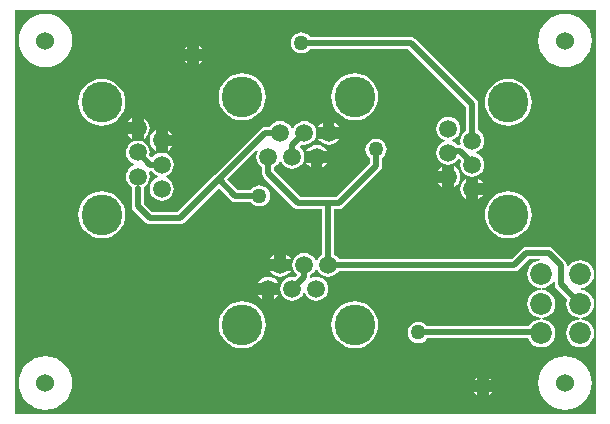
<source format=gbl>
%FSAX44Y44*%
%MOMM*%
G71*
G01*
G75*
G04 Layer_Physical_Order=2*
G04 Layer_Color=16711680*
%ADD10R,1.1000X1.7000*%
%ADD11R,1.7000X1.1000*%
%ADD12C,0.5080*%
%ADD13C,1.5000*%
%ADD14C,1.0000*%
%ADD15C,1.8500*%
%ADD16C,1.5000*%
%ADD17C,1.5240*%
%ADD18C,3.4500*%
%ADD19C,1.2700*%
G36*
X00596115Y00353885D02*
X00103885D01*
Y00696115D01*
X00596115D01*
Y00353885D01*
D02*
G37*
%LPC*%
G36*
X00177800Y00542286D02*
X00173920Y00541904D01*
X00170190Y00540772D01*
X00166752Y00538934D01*
X00163739Y00536461D01*
X00161266Y00533448D01*
X00159428Y00530010D01*
X00158296Y00526279D01*
X00157914Y00522400D01*
X00158296Y00518521D01*
X00159428Y00514790D01*
X00161266Y00511352D01*
X00163739Y00508339D01*
X00166752Y00505866D01*
X00170190Y00504028D01*
X00173920Y00502896D01*
X00177800Y00502514D01*
X00181679Y00502896D01*
X00185410Y00504028D01*
X00188848Y00505866D01*
X00191861Y00508339D01*
X00194334Y00511352D01*
X00196172Y00514790D01*
X00197304Y00518521D01*
X00197686Y00522400D01*
X00197304Y00526279D01*
X00196172Y00530010D01*
X00194334Y00533448D01*
X00191861Y00536461D01*
X00188848Y00538934D01*
X00185410Y00540772D01*
X00181679Y00541904D01*
X00177800Y00542286D01*
D02*
G37*
G36*
X00521970D02*
X00518091Y00541904D01*
X00514360Y00540772D01*
X00510922Y00538934D01*
X00507909Y00536461D01*
X00505436Y00533448D01*
X00503598Y00530010D01*
X00502466Y00526279D01*
X00502084Y00522400D01*
X00502466Y00518521D01*
X00503598Y00514790D01*
X00505436Y00511352D01*
X00507909Y00508339D01*
X00510922Y00505866D01*
X00514360Y00504028D01*
X00518091Y00502896D01*
X00521970Y00502514D01*
X00525849Y00502896D01*
X00529580Y00504028D01*
X00533018Y00505866D01*
X00536031Y00508339D01*
X00538504Y00511352D01*
X00540342Y00514790D01*
X00541474Y00518521D01*
X00541856Y00522400D01*
X00541474Y00526279D01*
X00540342Y00530010D01*
X00538504Y00533448D01*
X00536031Y00536461D01*
X00533018Y00538934D01*
X00529580Y00540772D01*
X00525849Y00541904D01*
X00521970Y00542286D01*
D02*
G37*
G36*
X00333770Y00488856D02*
Y00485060D01*
X00337566D01*
X00337540Y00485123D01*
X00335931Y00487221D01*
X00333833Y00488830D01*
X00333770Y00488856D01*
D02*
G37*
G36*
X00337566Y00475060D02*
X00319974D01*
X00320000Y00474997D01*
X00321609Y00472899D01*
X00323707Y00471290D01*
X00326149Y00470278D01*
X00328770Y00469933D01*
X00331391Y00470278D01*
X00333833Y00471290D01*
X00335931Y00472899D01*
X00337540Y00474997D01*
X00337566Y00475060D01*
D02*
G37*
G36*
X00323770Y00488856D02*
X00323707Y00488830D01*
X00321609Y00487221D01*
X00320000Y00485123D01*
X00319974Y00485060D01*
X00323770D01*
Y00488856D01*
D02*
G37*
G36*
X00486470Y00553196D02*
X00486407Y00553170D01*
X00484309Y00551561D01*
X00482700Y00549463D01*
X00481688Y00547021D01*
X00481343Y00544400D01*
X00481688Y00541779D01*
X00482700Y00539337D01*
X00484309Y00537239D01*
X00486407Y00535630D01*
X00486470Y00535604D01*
Y00544400D01*
Y00553196D01*
D02*
G37*
G36*
X00496470D02*
Y00549400D01*
X00500266D01*
X00500240Y00549463D01*
X00498631Y00551561D01*
X00496533Y00553170D01*
X00496470Y00553196D01*
D02*
G37*
G36*
X00466170Y00563396D02*
X00466107Y00563370D01*
X00464009Y00561761D01*
X00462400Y00559663D01*
X00462374Y00559600D01*
X00466170D01*
Y00563396D01*
D02*
G37*
G36*
X00476170D02*
Y00554600D01*
Y00545804D01*
X00476233Y00545830D01*
X00478331Y00547439D01*
X00479940Y00549537D01*
X00480952Y00551979D01*
X00481297Y00554600D01*
X00480952Y00557221D01*
X00479940Y00559663D01*
X00478331Y00561761D01*
X00476233Y00563370D01*
X00476170Y00563396D01*
D02*
G37*
G36*
X00500266Y00539400D02*
X00496470D01*
Y00535604D01*
X00496533Y00535630D01*
X00498631Y00537239D01*
X00500240Y00539337D01*
X00500266Y00539400D01*
D02*
G37*
G36*
X00466170Y00549600D02*
X00462374D01*
X00462400Y00549537D01*
X00464009Y00547439D01*
X00466107Y00545830D01*
X00466170Y00545804D01*
Y00549600D01*
D02*
G37*
G36*
X00507749Y00372190D02*
X00505380D01*
Y00369821D01*
X00506720Y00370850D01*
X00507749Y00372190D01*
D02*
G37*
G36*
X00495380Y00384559D02*
X00494040Y00383530D01*
X00493011Y00382190D01*
X00495380D01*
Y00384559D01*
D02*
G37*
G36*
Y00372190D02*
X00493011D01*
X00494040Y00370850D01*
X00495380Y00369821D01*
Y00372190D01*
D02*
G37*
G36*
X00130000Y00402649D02*
X00125581Y00402214D01*
X00121333Y00400925D01*
X00117417Y00398832D01*
X00113985Y00396015D01*
X00111168Y00392583D01*
X00109075Y00388667D01*
X00107786Y00384419D01*
X00107351Y00380000D01*
X00107786Y00375581D01*
X00109075Y00371333D01*
X00111168Y00367417D01*
X00113985Y00363985D01*
X00117417Y00361168D01*
X00121333Y00359075D01*
X00125581Y00357786D01*
X00130000Y00357351D01*
X00134419Y00357786D01*
X00138667Y00359075D01*
X00142583Y00361168D01*
X00146015Y00363985D01*
X00148832Y00367417D01*
X00150925Y00371333D01*
X00152214Y00375581D01*
X00152649Y00380000D01*
X00152214Y00384419D01*
X00150925Y00388667D01*
X00148832Y00392583D01*
X00146015Y00396015D01*
X00142583Y00398832D01*
X00138667Y00400925D01*
X00134419Y00402214D01*
X00130000Y00402649D01*
D02*
G37*
G36*
X00570000D02*
X00565581Y00402214D01*
X00561333Y00400925D01*
X00557417Y00398832D01*
X00553985Y00396015D01*
X00551168Y00392583D01*
X00549075Y00388667D01*
X00547786Y00384419D01*
X00547351Y00380000D01*
X00547786Y00375581D01*
X00549075Y00371333D01*
X00551168Y00367417D01*
X00553985Y00363985D01*
X00557417Y00361168D01*
X00561333Y00359075D01*
X00565581Y00357786D01*
X00570000Y00357351D01*
X00574419Y00357786D01*
X00578667Y00359075D01*
X00582583Y00361168D01*
X00586015Y00363985D01*
X00588832Y00367417D01*
X00590925Y00371333D01*
X00592214Y00375581D01*
X00592649Y00380000D01*
X00592214Y00384419D01*
X00590925Y00388667D01*
X00588832Y00392583D01*
X00586015Y00396015D01*
X00582583Y00398832D01*
X00578667Y00400925D01*
X00574419Y00402214D01*
X00570000Y00402649D01*
D02*
G37*
G36*
X00505380Y00384559D02*
Y00382190D01*
X00507749D01*
X00506720Y00383530D01*
X00505380Y00384559D01*
D02*
G37*
G36*
X00327366Y00454760D02*
X00323570D01*
Y00450964D01*
X00323633Y00450990D01*
X00325731Y00452599D01*
X00327340Y00454697D01*
X00327366Y00454760D01*
D02*
G37*
G36*
X00318570Y00469887D02*
X00315949Y00469542D01*
X00313507Y00468530D01*
X00311409Y00466921D01*
X00309800Y00464823D01*
X00309774Y00464760D01*
X00327366D01*
X00327340Y00464823D01*
X00325731Y00466921D01*
X00323633Y00468530D01*
X00321191Y00469542D01*
X00318570Y00469887D01*
D02*
G37*
G36*
X00313570Y00454760D02*
X00309774D01*
X00309800Y00454697D01*
X00311409Y00452599D01*
X00313507Y00450990D01*
X00313570Y00450964D01*
Y00454760D01*
D02*
G37*
G36*
X00296570Y00449146D02*
X00292691Y00448764D01*
X00288960Y00447632D01*
X00285522Y00445794D01*
X00282509Y00443321D01*
X00280036Y00440308D01*
X00278198Y00436870D01*
X00277066Y00433139D01*
X00276684Y00429260D01*
X00277066Y00425381D01*
X00278198Y00421650D01*
X00280036Y00418212D01*
X00282509Y00415199D01*
X00285522Y00412726D01*
X00288960Y00410888D01*
X00292691Y00409756D01*
X00296570Y00409374D01*
X00300450Y00409756D01*
X00304180Y00410888D01*
X00307618Y00412726D01*
X00310631Y00415199D01*
X00313104Y00418212D01*
X00314942Y00421650D01*
X00316074Y00425381D01*
X00316456Y00429260D01*
X00316074Y00433139D01*
X00314942Y00436870D01*
X00313104Y00440308D01*
X00310631Y00443321D01*
X00307618Y00445794D01*
X00304180Y00447632D01*
X00300450Y00448764D01*
X00296570Y00449146D01*
D02*
G37*
G36*
X00391770D02*
X00387891Y00448764D01*
X00384160Y00447632D01*
X00380722Y00445794D01*
X00377709Y00443321D01*
X00375236Y00440308D01*
X00373398Y00436870D01*
X00372266Y00433139D01*
X00371884Y00429260D01*
X00372266Y00425381D01*
X00373398Y00421650D01*
X00375236Y00418212D01*
X00377709Y00415199D01*
X00380722Y00412726D01*
X00384160Y00410888D01*
X00387891Y00409756D01*
X00391770Y00409374D01*
X00395649Y00409756D01*
X00399380Y00410888D01*
X00402818Y00412726D01*
X00405831Y00415199D01*
X00408304Y00418212D01*
X00410142Y00421650D01*
X00411274Y00425381D01*
X00411656Y00429260D01*
X00411274Y00433139D01*
X00410142Y00436870D01*
X00408304Y00440308D01*
X00405831Y00443321D01*
X00402818Y00445794D01*
X00399380Y00447632D01*
X00395649Y00448764D01*
X00391770Y00449146D01*
D02*
G37*
G36*
X00354570Y00566500D02*
X00350774D01*
X00350800Y00566437D01*
X00352409Y00564339D01*
X00354507Y00562730D01*
X00354570Y00562704D01*
Y00566500D01*
D02*
G37*
G36*
X00296570Y00642186D02*
X00292691Y00641804D01*
X00288960Y00640672D01*
X00285522Y00638834D01*
X00282509Y00636361D01*
X00280036Y00633348D01*
X00278198Y00629910D01*
X00277066Y00626180D01*
X00276684Y00622300D01*
X00277066Y00618420D01*
X00278198Y00614690D01*
X00280036Y00611252D01*
X00282509Y00608239D01*
X00285522Y00605766D01*
X00288960Y00603928D01*
X00292691Y00602796D01*
X00296570Y00602414D01*
X00300450Y00602796D01*
X00304180Y00603928D01*
X00307618Y00605766D01*
X00310631Y00608239D01*
X00313104Y00611252D01*
X00314942Y00614690D01*
X00316074Y00618420D01*
X00316456Y00622300D01*
X00316074Y00626180D01*
X00314942Y00629910D01*
X00313104Y00633348D01*
X00310631Y00636361D01*
X00307618Y00638834D01*
X00304180Y00640672D01*
X00300450Y00641804D01*
X00296570Y00642186D01*
D02*
G37*
G36*
X00391770D02*
X00387891Y00641804D01*
X00384160Y00640672D01*
X00380722Y00638834D01*
X00377709Y00636361D01*
X00375236Y00633348D01*
X00373398Y00629910D01*
X00372266Y00626180D01*
X00371884Y00622300D01*
X00372266Y00618420D01*
X00373398Y00614690D01*
X00375236Y00611252D01*
X00377709Y00608239D01*
X00380722Y00605766D01*
X00384160Y00603928D01*
X00387891Y00602796D01*
X00391770Y00602414D01*
X00395649Y00602796D01*
X00399380Y00603928D01*
X00402818Y00605766D01*
X00405831Y00608239D01*
X00408304Y00611252D01*
X00410142Y00614690D01*
X00411274Y00618420D01*
X00411656Y00622300D01*
X00411274Y00626180D01*
X00410142Y00629910D01*
X00408304Y00633348D01*
X00405831Y00636361D01*
X00402818Y00638834D01*
X00399380Y00640672D01*
X00395649Y00641804D01*
X00391770Y00642186D01*
D02*
G37*
G36*
X00203300Y00604396D02*
X00203237Y00604370D01*
X00201139Y00602761D01*
X00199530Y00600663D01*
X00199504Y00600600D01*
X00203300D01*
Y00604396D01*
D02*
G37*
G36*
X00177800Y00637486D02*
X00173920Y00637104D01*
X00170190Y00635972D01*
X00166752Y00634134D01*
X00163739Y00631661D01*
X00161266Y00628648D01*
X00159428Y00625210D01*
X00158296Y00621479D01*
X00157914Y00617600D01*
X00158296Y00613721D01*
X00159428Y00609990D01*
X00161266Y00606552D01*
X00163739Y00603539D01*
X00166752Y00601066D01*
X00170190Y00599228D01*
X00173920Y00598096D01*
X00177800Y00597714D01*
X00181679Y00598096D01*
X00185410Y00599228D01*
X00188848Y00601066D01*
X00191861Y00603539D01*
X00194334Y00606552D01*
X00196172Y00609990D01*
X00197304Y00613721D01*
X00197686Y00617600D01*
X00197304Y00621479D01*
X00196172Y00625210D01*
X00194334Y00628648D01*
X00191861Y00631661D01*
X00188848Y00634134D01*
X00185410Y00635972D01*
X00181679Y00637104D01*
X00177800Y00637486D01*
D02*
G37*
G36*
X00521970D02*
X00518091Y00637104D01*
X00514360Y00635972D01*
X00510922Y00634134D01*
X00507909Y00631661D01*
X00505436Y00628648D01*
X00503598Y00625210D01*
X00502466Y00621479D01*
X00502084Y00617600D01*
X00502466Y00613721D01*
X00503598Y00609990D01*
X00505436Y00606552D01*
X00507909Y00603539D01*
X00510922Y00601066D01*
X00514360Y00599228D01*
X00518091Y00598096D01*
X00521970Y00597714D01*
X00525849Y00598096D01*
X00529580Y00599228D01*
X00533018Y00601066D01*
X00536031Y00603539D01*
X00538504Y00606552D01*
X00540342Y00609990D01*
X00541474Y00613721D01*
X00541856Y00617600D01*
X00541474Y00621479D01*
X00540342Y00625210D01*
X00538504Y00628648D01*
X00536031Y00631661D01*
X00533018Y00634134D01*
X00529580Y00635972D01*
X00525849Y00637104D01*
X00521970Y00637486D01*
D02*
G37*
G36*
X00130000Y00692649D02*
X00125581Y00692214D01*
X00121333Y00690925D01*
X00117417Y00688832D01*
X00113985Y00686015D01*
X00111168Y00682583D01*
X00109075Y00678667D01*
X00107786Y00674419D01*
X00107351Y00670000D01*
X00107786Y00665581D01*
X00109075Y00661333D01*
X00111168Y00657417D01*
X00113985Y00653985D01*
X00117417Y00651168D01*
X00121333Y00649075D01*
X00125581Y00647786D01*
X00130000Y00647351D01*
X00134419Y00647786D01*
X00138667Y00649075D01*
X00142583Y00651168D01*
X00146015Y00653985D01*
X00148832Y00657417D01*
X00150925Y00661333D01*
X00152214Y00665581D01*
X00152649Y00670000D01*
X00152214Y00674419D01*
X00150925Y00678667D01*
X00148832Y00682583D01*
X00146015Y00686015D01*
X00142583Y00688832D01*
X00138667Y00690925D01*
X00134419Y00692214D01*
X00130000Y00692649D01*
D02*
G37*
G36*
X00250270Y00665229D02*
X00248930Y00664200D01*
X00247901Y00662860D01*
X00250270D01*
Y00665229D01*
D02*
G37*
G36*
X00260270D02*
Y00662860D01*
X00262639D01*
X00261610Y00664200D01*
X00260270Y00665229D01*
D02*
G37*
G36*
X00262639Y00652860D02*
X00260270D01*
Y00650491D01*
X00261610Y00651520D01*
X00262639Y00652860D01*
D02*
G37*
G36*
X00570000Y00692649D02*
X00565581Y00692214D01*
X00561333Y00690925D01*
X00557417Y00688832D01*
X00553985Y00686015D01*
X00551168Y00682583D01*
X00549075Y00678667D01*
X00547786Y00674419D01*
X00547351Y00670000D01*
X00547786Y00665581D01*
X00549075Y00661333D01*
X00551168Y00657417D01*
X00553985Y00653985D01*
X00557417Y00651168D01*
X00561333Y00649075D01*
X00565581Y00647786D01*
X00570000Y00647351D01*
X00574419Y00647786D01*
X00578667Y00649075D01*
X00582583Y00651168D01*
X00586015Y00653985D01*
X00588832Y00657417D01*
X00590925Y00661333D01*
X00592214Y00665581D01*
X00592649Y00670000D01*
X00592214Y00674419D01*
X00590925Y00678667D01*
X00588832Y00682583D01*
X00586015Y00686015D01*
X00582583Y00688832D01*
X00578667Y00690925D01*
X00574419Y00692214D01*
X00570000Y00692649D01*
D02*
G37*
G36*
X00250270Y00652860D02*
X00247901D01*
X00248930Y00651520D01*
X00250270Y00650491D01*
Y00652860D01*
D02*
G37*
G36*
X00374770Y00600596D02*
Y00596800D01*
X00378566D01*
X00378540Y00596863D01*
X00376931Y00598961D01*
X00374833Y00600570D01*
X00374770Y00600596D01*
D02*
G37*
G36*
X00237396Y00580400D02*
X00233600D01*
Y00576604D01*
X00233663Y00576630D01*
X00235761Y00578239D01*
X00237370Y00580337D01*
X00237396Y00580400D01*
D02*
G37*
G36*
X00378566Y00586800D02*
X00360974D01*
X00361000Y00586737D01*
X00362609Y00584639D01*
X00364707Y00583030D01*
X00367149Y00582018D01*
X00369770Y00581673D01*
X00372391Y00582018D01*
X00374833Y00583030D01*
X00376931Y00584639D01*
X00378540Y00586737D01*
X00378566Y00586800D01*
D02*
G37*
G36*
X00223600Y00594196D02*
X00223537Y00594170D01*
X00221439Y00592561D01*
X00219830Y00590463D01*
X00218818Y00588021D01*
X00218473Y00585400D01*
X00218818Y00582779D01*
X00219830Y00580337D01*
X00221439Y00578239D01*
X00223537Y00576630D01*
X00223600Y00576604D01*
Y00585400D01*
Y00594196D01*
D02*
G37*
G36*
X00368366Y00566500D02*
X00364570D01*
Y00562704D01*
X00364633Y00562730D01*
X00366731Y00564339D01*
X00368340Y00566437D01*
X00368366Y00566500D01*
D02*
G37*
G36*
X00359570Y00581627D02*
X00356949Y00581282D01*
X00354507Y00580270D01*
X00352409Y00578661D01*
X00350800Y00576563D01*
X00350774Y00576500D01*
X00368366D01*
X00368340Y00576563D01*
X00366731Y00578661D01*
X00364633Y00580270D01*
X00362191Y00581282D01*
X00359570Y00581627D01*
D02*
G37*
G36*
X00346710Y00676987D02*
X00344389Y00676681D01*
X00342227Y00675785D01*
X00340370Y00674360D01*
X00338945Y00672503D01*
X00338049Y00670341D01*
X00337743Y00668020D01*
X00338049Y00665699D01*
X00338945Y00663537D01*
X00340370Y00661680D01*
X00342227Y00660255D01*
X00344389Y00659359D01*
X00346710Y00659053D01*
X00349031Y00659359D01*
X00351193Y00660255D01*
X00353050Y00661680D01*
X00353941Y00662840D01*
X00437275D01*
X00486291Y00613825D01*
Y00593881D01*
X00484309Y00592361D01*
X00482700Y00590263D01*
X00481688Y00587821D01*
X00481343Y00585200D01*
X00481681Y00582634D01*
X00481601Y00582543D01*
X00479517Y00581679D01*
X00478700D01*
X00478331Y00582161D01*
X00476233Y00583770D01*
X00474314Y00584565D01*
Y00585835D01*
X00476233Y00586630D01*
X00478331Y00588239D01*
X00479940Y00590337D01*
X00480952Y00592779D01*
X00481297Y00595400D01*
X00480952Y00598021D01*
X00479940Y00600463D01*
X00478331Y00602561D01*
X00476233Y00604170D01*
X00473791Y00605182D01*
X00471170Y00605527D01*
X00468549Y00605182D01*
X00466107Y00604170D01*
X00464009Y00602561D01*
X00462400Y00600463D01*
X00461388Y00598021D01*
X00461043Y00595400D01*
X00461388Y00592779D01*
X00462400Y00590337D01*
X00464009Y00588239D01*
X00466107Y00586630D01*
X00468026Y00585835D01*
Y00584565D01*
X00466107Y00583770D01*
X00464009Y00582161D01*
X00462400Y00580063D01*
X00461388Y00577621D01*
X00461043Y00575000D01*
X00461388Y00572379D01*
X00462400Y00569937D01*
X00464009Y00567839D01*
X00466107Y00566230D01*
X00468026Y00565435D01*
Y00565434D01*
X00468549Y00565218D01*
X00471170Y00564873D01*
X00473791Y00565218D01*
X00474314Y00565434D01*
Y00565435D01*
X00476233Y00566230D01*
X00478331Y00567839D01*
X00479600Y00569494D01*
X00480868Y00569577D01*
X00482080Y00568365D01*
X00481688Y00567421D01*
X00481343Y00564800D01*
X00481688Y00562179D01*
X00482700Y00559737D01*
X00484309Y00557639D01*
X00486407Y00556030D01*
X00488326Y00555235D01*
Y00555234D01*
X00488849Y00555018D01*
X00491470Y00554673D01*
X00494091Y00555018D01*
X00494614Y00555234D01*
Y00555235D01*
X00496533Y00556030D01*
X00498631Y00557639D01*
X00500240Y00559737D01*
X00501252Y00562179D01*
X00501597Y00564800D01*
X00501252Y00567421D01*
X00500240Y00569863D01*
X00498631Y00571961D01*
X00496533Y00573570D01*
X00494614Y00574365D01*
Y00575635D01*
X00496533Y00576430D01*
X00498631Y00578039D01*
X00500240Y00580137D01*
X00501252Y00582579D01*
X00501597Y00585200D01*
X00501252Y00587821D01*
X00500240Y00590263D01*
X00498631Y00592361D01*
X00496650Y00593881D01*
Y00615970D01*
X00496255Y00617952D01*
X00495132Y00619632D01*
X00443083Y00671683D01*
X00441402Y00672805D01*
X00439420Y00673199D01*
X00353941D01*
X00353050Y00674360D01*
X00351193Y00675785D01*
X00349031Y00676681D01*
X00346710Y00676987D01*
D02*
G37*
G36*
X00349370Y00601927D02*
X00346749Y00601582D01*
X00344307Y00600570D01*
X00342209Y00598961D01*
X00340600Y00596863D01*
X00339805Y00594944D01*
X00338535D01*
X00337740Y00596863D01*
X00336131Y00598961D01*
X00334033Y00600570D01*
X00331591Y00601582D01*
X00328970Y00601927D01*
X00326349Y00601582D01*
X00323907Y00600570D01*
X00321809Y00598961D01*
X00320289Y00596979D01*
X00316210D01*
X00314228Y00596585D01*
X00312547Y00595462D01*
X00273197Y00556113D01*
X00241695Y00524609D01*
X00220585D01*
X00213479Y00531715D01*
Y00544870D01*
X00213258Y00545986D01*
X00213363Y00546030D01*
X00215461Y00547639D01*
X00217070Y00549737D01*
X00218082Y00552179D01*
X00218427Y00554800D01*
X00218082Y00557421D01*
X00217476Y00558882D01*
X00218282Y00559864D01*
X00218500Y00559821D01*
X00219919D01*
X00221439Y00557839D01*
X00223537Y00556230D01*
X00225456Y00555435D01*
Y00554165D01*
X00223537Y00553370D01*
X00221439Y00551761D01*
X00219830Y00549663D01*
X00218818Y00547221D01*
X00218473Y00544600D01*
X00218818Y00541979D01*
X00219830Y00539537D01*
X00221439Y00537439D01*
X00223537Y00535830D01*
X00225979Y00534818D01*
X00228600Y00534473D01*
X00231221Y00534818D01*
X00233663Y00535830D01*
X00235761Y00537439D01*
X00237370Y00539537D01*
X00238382Y00541979D01*
X00238727Y00544600D01*
X00238382Y00547221D01*
X00237370Y00549663D01*
X00235761Y00551761D01*
X00233663Y00553370D01*
X00231744Y00554165D01*
Y00555435D01*
X00233663Y00556230D01*
X00235761Y00557839D01*
X00237370Y00559937D01*
X00238382Y00562379D01*
X00238727Y00565000D01*
X00238382Y00567621D01*
X00237370Y00570063D01*
X00235761Y00572161D01*
X00233663Y00573770D01*
X00231744Y00574565D01*
Y00574566D01*
X00231221Y00574782D01*
X00228600Y00575127D01*
X00225979Y00574782D01*
X00225456Y00574566D01*
Y00574565D01*
X00223537Y00573770D01*
X00221439Y00572161D01*
X00220821Y00571354D01*
X00219554Y00571271D01*
X00218101Y00572724D01*
X00218427Y00575200D01*
X00218082Y00577821D01*
X00217070Y00580263D01*
X00215461Y00582361D01*
X00213363Y00583970D01*
X00211444Y00584765D01*
Y00584766D01*
X00210921Y00584982D01*
X00208300Y00585327D01*
X00205679Y00584982D01*
X00205156Y00584766D01*
Y00584765D01*
X00203237Y00583970D01*
X00201139Y00582361D01*
X00199530Y00580263D01*
X00198518Y00577821D01*
X00198173Y00575200D01*
X00198518Y00572579D01*
X00199530Y00570137D01*
X00201139Y00568039D01*
X00203237Y00566430D01*
X00205156Y00565635D01*
Y00564365D01*
X00203237Y00563570D01*
X00201139Y00561961D01*
X00199530Y00559863D01*
X00198518Y00557421D01*
X00198173Y00554800D01*
X00198518Y00552179D01*
X00199530Y00549737D01*
X00201139Y00547639D01*
X00203237Y00546030D01*
X00203342Y00545986D01*
X00203120Y00544870D01*
Y00529570D01*
X00203120Y00529570D01*
X00203120D01*
X00203515Y00527588D01*
X00204638Y00525908D01*
X00214778Y00515768D01*
X00214778Y00515768D01*
X00215785Y00515094D01*
X00216458Y00514645D01*
X00218440Y00514250D01*
X00243840D01*
X00245822Y00514645D01*
X00247502Y00515768D01*
X00247502Y00515768D01*
X00247502Y00515768D01*
X00276860Y00545125D01*
X00287167Y00534818D01*
X00287167Y00534818D01*
X00288175Y00534145D01*
X00288848Y00533695D01*
X00290830Y00533301D01*
X00303919D01*
X00304810Y00532140D01*
X00306667Y00530715D01*
X00308829Y00529819D01*
X00311150Y00529513D01*
X00313471Y00529819D01*
X00315633Y00530715D01*
X00317490Y00532140D01*
X00318915Y00533997D01*
X00319811Y00536159D01*
X00320117Y00538480D01*
X00319811Y00540801D01*
X00318915Y00542963D01*
X00317490Y00544820D01*
X00315633Y00546245D01*
X00313471Y00547141D01*
X00311150Y00547447D01*
X00308829Y00547141D01*
X00306667Y00546245D01*
X00304810Y00544820D01*
X00303919Y00543660D01*
X00292975D01*
X00284185Y00552450D01*
X00308902Y00577167D01*
X00309958Y00576461D01*
X00308988Y00574121D01*
X00308643Y00571500D01*
X00308988Y00568879D01*
X00310000Y00566437D01*
X00311609Y00564339D01*
X00313591Y00562819D01*
Y00557530D01*
X00313591Y00557530D01*
X00313591D01*
X00313985Y00555548D01*
X00315107Y00553867D01*
X00340508Y00528468D01*
X00340508Y00528467D01*
X00342188Y00527345D01*
X00342188Y00527345D01*
X00342188Y00527345D01*
D01*
X00342188Y00527345D01*
X00342188Y00527345D01*
X00344170Y00526950D01*
X00344170Y00526950D01*
X00364390D01*
Y00488741D01*
X00362409Y00487221D01*
X00360800Y00485123D01*
X00360005Y00483204D01*
X00358735D01*
X00357940Y00485123D01*
X00356331Y00487221D01*
X00354233Y00488830D01*
X00351791Y00489842D01*
X00349170Y00490187D01*
X00346549Y00489842D01*
X00344107Y00488830D01*
X00342009Y00487221D01*
X00340400Y00485123D01*
X00339605Y00483204D01*
X00339604D01*
X00339388Y00482681D01*
X00339043Y00480060D01*
X00339388Y00477439D01*
X00339604Y00476916D01*
X00339605D01*
X00340400Y00474997D01*
X00342009Y00472899D01*
X00342816Y00472281D01*
X00342899Y00471013D01*
X00341446Y00469561D01*
X00338970Y00469887D01*
X00336349Y00469542D01*
X00333907Y00468530D01*
X00331809Y00466921D01*
X00330200Y00464823D01*
X00329405Y00462904D01*
X00329404D01*
X00329188Y00462381D01*
X00328843Y00459760D01*
X00329188Y00457139D01*
X00329404Y00456616D01*
X00329405D01*
X00330200Y00454697D01*
X00331809Y00452599D01*
X00333907Y00450990D01*
X00336349Y00449978D01*
X00338970Y00449633D01*
X00341591Y00449978D01*
X00344033Y00450990D01*
X00346131Y00452599D01*
X00347740Y00454697D01*
X00348535Y00456616D01*
X00349805D01*
X00350600Y00454697D01*
X00352209Y00452599D01*
X00354307Y00450990D01*
X00356749Y00449978D01*
X00359370Y00449633D01*
X00361991Y00449978D01*
X00364433Y00450990D01*
X00366531Y00452599D01*
X00368140Y00454697D01*
X00369152Y00457139D01*
X00369497Y00459760D01*
X00369152Y00462381D01*
X00368140Y00464823D01*
X00366531Y00466921D01*
X00364433Y00468530D01*
X00361991Y00469542D01*
X00359370Y00469887D01*
X00356749Y00469542D01*
X00355288Y00468936D01*
X00354306Y00469742D01*
X00354350Y00469960D01*
X00354350Y00469960D01*
X00354350Y00469960D01*
Y00469960D01*
Y00471379D01*
X00356331Y00472899D01*
X00357940Y00474997D01*
X00358735Y00476916D01*
X00360005D01*
X00360800Y00474997D01*
X00362409Y00472899D01*
X00364507Y00471290D01*
X00366949Y00470278D01*
X00369570Y00469933D01*
X00372191Y00470278D01*
X00374633Y00471290D01*
X00376731Y00472899D01*
X00378251Y00474880D01*
X00527050D01*
X00529032Y00475275D01*
X00530713Y00476398D01*
X00530713Y00476398D01*
X00530713Y00476398D01*
X00539355Y00485041D01*
X00548633D01*
X00548716Y00483773D01*
X00546842Y00483526D01*
X00543974Y00482338D01*
X00541511Y00480449D01*
X00539622Y00477986D01*
X00538433Y00475118D01*
X00538028Y00472040D01*
X00538433Y00468962D01*
X00539622Y00466094D01*
X00541511Y00463631D01*
X00543974Y00461741D01*
X00546842Y00460554D01*
X00549717Y00460175D01*
Y00458905D01*
X00546842Y00458526D01*
X00543974Y00457338D01*
X00541511Y00455449D01*
X00539622Y00452986D01*
X00538433Y00450118D01*
X00538028Y00447040D01*
X00538433Y00443962D01*
X00539622Y00441094D01*
X00541511Y00438631D01*
X00543974Y00436741D01*
X00546842Y00435554D01*
X00549717Y00435175D01*
Y00433905D01*
X00546842Y00433526D01*
X00543974Y00432338D01*
X00541511Y00430449D01*
X00539701Y00428089D01*
X00453001D01*
X00452110Y00429250D01*
X00450253Y00430675D01*
X00448091Y00431571D01*
X00445770Y00431877D01*
X00443449Y00431571D01*
X00441287Y00430675D01*
X00439430Y00429250D01*
X00438005Y00427393D01*
X00437109Y00425231D01*
X00436803Y00422910D01*
X00437109Y00420589D01*
X00438005Y00418427D01*
X00439430Y00416570D01*
X00441287Y00415145D01*
X00443449Y00414249D01*
X00445770Y00413943D01*
X00448091Y00414249D01*
X00450253Y00415145D01*
X00452110Y00416570D01*
X00453001Y00417730D01*
X00538944D01*
X00539622Y00416094D01*
X00541511Y00413631D01*
X00543974Y00411741D01*
X00546842Y00410554D01*
X00549920Y00410148D01*
X00552998Y00410554D01*
X00555866Y00411741D01*
X00558329Y00413631D01*
X00560219Y00416094D01*
X00561407Y00418962D01*
X00561812Y00422040D01*
X00561407Y00425118D01*
X00560219Y00427986D01*
X00558329Y00430449D01*
X00555866Y00432338D01*
X00552998Y00433526D01*
X00550123Y00433905D01*
Y00435175D01*
X00552998Y00435554D01*
X00555866Y00436741D01*
X00558329Y00438631D01*
X00560219Y00441094D01*
X00561407Y00443962D01*
X00561812Y00447040D01*
X00561407Y00450118D01*
X00560219Y00452986D01*
X00558329Y00455449D01*
X00555866Y00457338D01*
X00552998Y00458526D01*
X00550123Y00458905D01*
Y00460175D01*
X00552998Y00460554D01*
X00555866Y00461741D01*
X00558329Y00463631D01*
X00560038Y00465859D01*
X00561241Y00465451D01*
Y00463540D01*
X00561241Y00463540D01*
X00561241D01*
X00561635Y00461558D01*
X00562757Y00459878D01*
X00571751Y00450884D01*
X00571433Y00450118D01*
X00571028Y00447040D01*
X00571433Y00443962D01*
X00572621Y00441094D01*
X00574511Y00438631D01*
X00576974Y00436741D01*
X00579842Y00435554D01*
X00582717Y00435175D01*
Y00433905D01*
X00579842Y00433526D01*
X00576974Y00432338D01*
X00574511Y00430449D01*
X00572621Y00427986D01*
X00571433Y00425118D01*
X00571028Y00422040D01*
X00571433Y00418962D01*
X00572621Y00416094D01*
X00574511Y00413631D01*
X00576974Y00411741D01*
X00579842Y00410554D01*
X00582920Y00410148D01*
X00585998Y00410554D01*
X00588866Y00411741D01*
X00591329Y00413631D01*
X00593218Y00416094D01*
X00594407Y00418962D01*
X00594812Y00422040D01*
X00594407Y00425118D01*
X00593218Y00427986D01*
X00591329Y00430449D01*
X00588866Y00432338D01*
X00585998Y00433526D01*
X00583123Y00433905D01*
Y00435175D01*
X00585998Y00435554D01*
X00588866Y00436741D01*
X00591329Y00438631D01*
X00593218Y00441094D01*
X00594407Y00443962D01*
X00594812Y00447040D01*
X00594407Y00450118D01*
X00593218Y00452986D01*
X00591329Y00455449D01*
X00588866Y00457338D01*
X00585998Y00458526D01*
X00583123Y00458905D01*
Y00460175D01*
X00585998Y00460554D01*
X00588866Y00461741D01*
X00591329Y00463631D01*
X00593218Y00466094D01*
X00594407Y00468962D01*
X00594812Y00472040D01*
X00594407Y00475118D01*
X00593218Y00477986D01*
X00591329Y00480449D01*
X00588866Y00482338D01*
X00585998Y00483526D01*
X00582920Y00483932D01*
X00579842Y00483526D01*
X00576974Y00482338D01*
X00574511Y00480449D01*
X00572802Y00478221D01*
X00571600Y00478629D01*
Y00480060D01*
X00571205Y00482042D01*
X00570083Y00483722D01*
X00559922Y00493882D01*
X00558242Y00495005D01*
X00556260Y00495400D01*
X00537210D01*
X00535228Y00495005D01*
X00533548Y00493882D01*
X00524905Y00485239D01*
X00378251D01*
X00376731Y00487221D01*
X00374749Y00488741D01*
Y00526950D01*
X00378460D01*
X00380442Y00527345D01*
X00382122Y00528467D01*
X00413632Y00559977D01*
X00413633Y00559977D01*
X00414305Y00560985D01*
X00414755Y00561658D01*
X00415149Y00563640D01*
Y00570619D01*
X00416310Y00571510D01*
X00417735Y00573367D01*
X00418631Y00575529D01*
X00418937Y00577850D01*
X00418631Y00580171D01*
X00417735Y00582333D01*
X00416310Y00584190D01*
X00414453Y00585615D01*
X00412291Y00586511D01*
X00409970Y00586817D01*
X00407649Y00586511D01*
X00405487Y00585615D01*
X00403630Y00584190D01*
X00402205Y00582333D01*
X00401309Y00580171D01*
X00401003Y00577850D01*
X00401309Y00575529D01*
X00402205Y00573367D01*
X00403630Y00571510D01*
X00404790Y00570619D01*
Y00565785D01*
X00376315Y00537309D01*
X00346315D01*
X00323950Y00559675D01*
Y00562819D01*
X00325931Y00564339D01*
X00327540Y00566437D01*
X00328335Y00568356D01*
X00329605D01*
X00330400Y00566437D01*
X00332009Y00564339D01*
X00334107Y00562730D01*
X00336549Y00561718D01*
X00339170Y00561373D01*
X00341791Y00561718D01*
X00344233Y00562730D01*
X00346331Y00564339D01*
X00347940Y00566437D01*
X00348735Y00568356D01*
X00348736D01*
X00348952Y00568879D01*
X00349297Y00571500D01*
X00348952Y00574121D01*
X00348736Y00574644D01*
X00348735D01*
X00347940Y00576563D01*
X00346331Y00578661D01*
X00345524Y00579279D01*
X00345441Y00580546D01*
X00346894Y00581999D01*
X00349370Y00581673D01*
X00351991Y00582018D01*
X00354433Y00583030D01*
X00356531Y00584639D01*
X00358140Y00586737D01*
X00358935Y00588656D01*
X00358936D01*
X00359152Y00589179D01*
X00359497Y00591800D01*
X00359152Y00594421D01*
X00358936Y00594944D01*
X00358935D01*
X00358140Y00596863D01*
X00356531Y00598961D01*
X00354433Y00600570D01*
X00351991Y00601582D01*
X00349370Y00601927D01*
D02*
G37*
G36*
X00364770Y00600596D02*
X00364707Y00600570D01*
X00362609Y00598961D01*
X00361000Y00596863D01*
X00360974Y00596800D01*
X00364770D01*
Y00600596D01*
D02*
G37*
G36*
X00233600Y00594196D02*
Y00590400D01*
X00237396D01*
X00237370Y00590463D01*
X00235761Y00592561D01*
X00233663Y00594170D01*
X00233600Y00594196D01*
D02*
G37*
G36*
X00203300Y00590600D02*
X00199504D01*
X00199530Y00590537D01*
X00201139Y00588439D01*
X00203237Y00586830D01*
X00203300Y00586804D01*
Y00590600D01*
D02*
G37*
G36*
X00213300Y00604396D02*
Y00595600D01*
Y00586804D01*
X00213363Y00586830D01*
X00215461Y00588439D01*
X00217070Y00590537D01*
X00218082Y00592979D01*
X00218427Y00595600D01*
X00218082Y00598221D01*
X00217070Y00600663D01*
X00215461Y00602761D01*
X00213363Y00604370D01*
X00213300Y00604396D01*
D02*
G37*
%LPD*%
D12*
X00549050Y00422910D02*
X00549920Y00422040D01*
X00445770Y00422910D02*
X00549050D01*
X00566420Y00463540D02*
Y00480060D01*
X00556260Y00490220D02*
X00566420Y00480060D01*
X00537210Y00490220D02*
X00556260D01*
X00527050Y00480060D02*
X00537210Y00490220D01*
X00369570Y00480060D02*
X00527050D01*
X00566420Y00463540D02*
X00582920Y00447040D01*
X00338970Y00459760D02*
X00349170Y00469960D01*
Y00480060D01*
X00481270Y00576500D02*
X00491470Y00566300D01*
X00471170Y00576500D02*
X00481270D01*
X00491470Y00586700D02*
Y00615970D01*
X00276860Y00552450D02*
X00316210Y00591800D01*
X00243840Y00519430D02*
X00276860Y00552450D01*
X00290830Y00538480D01*
X00311150D01*
X00369570Y00532130D02*
X00378460D01*
X00344170D02*
X00369570D01*
Y00480060D02*
Y00532130D01*
X00346710Y00668020D02*
X00439420D01*
X00491470Y00615970D01*
X00208300Y00529570D02*
Y00544870D01*
Y00529570D02*
X00218440Y00519430D01*
X00316210Y00591800D02*
X00328970D01*
X00218440Y00519430D02*
X00243840D01*
X00339170Y00571500D02*
Y00581600D01*
X00349370Y00591800D01*
X00318770Y00557530D02*
Y00571500D01*
Y00557530D02*
X00344170Y00532130D01*
X00378460D02*
X00409970Y00563640D01*
Y00577850D01*
X00208300Y00575200D02*
X00218500Y00565000D01*
X00228600D01*
D15*
X00582920Y00422040D02*
D03*
Y00447040D02*
D03*
Y00472040D02*
D03*
X00549920Y00422040D02*
D03*
Y00447040D02*
D03*
Y00472040D02*
D03*
D16*
X00491470Y00585200D02*
D03*
Y00564800D02*
D03*
Y00544400D02*
D03*
X00471170Y00595400D02*
D03*
Y00575000D02*
D03*
Y00554600D02*
D03*
X00328970Y00591800D02*
D03*
X00349370D02*
D03*
X00369770D02*
D03*
X00318770Y00571500D02*
D03*
X00339170D02*
D03*
X00359570D02*
D03*
X00208300Y00554800D02*
D03*
Y00575200D02*
D03*
Y00595600D02*
D03*
X00228600Y00544600D02*
D03*
Y00565000D02*
D03*
Y00585400D02*
D03*
X00328770Y00480060D02*
D03*
X00349170D02*
D03*
X00369570D02*
D03*
X00318570Y00459760D02*
D03*
X00338970D02*
D03*
X00359370D02*
D03*
D17*
X00570000Y00380000D02*
D03*
X00130000D02*
D03*
Y00670000D02*
D03*
X00570000D02*
D03*
D18*
X00521970Y00617600D02*
D03*
Y00522400D02*
D03*
X00296570Y00622300D02*
D03*
X00391770D02*
D03*
X00177800Y00522400D02*
D03*
Y00617600D02*
D03*
X00296570Y00429260D02*
D03*
X00391770D02*
D03*
D19*
X00445770Y00422910D02*
D03*
X00311150Y00538480D02*
D03*
X00500380Y00377190D02*
D03*
X00255270Y00657860D02*
D03*
X00346710Y00668020D02*
D03*
X00409970Y00577850D02*
D03*
M02*

</source>
